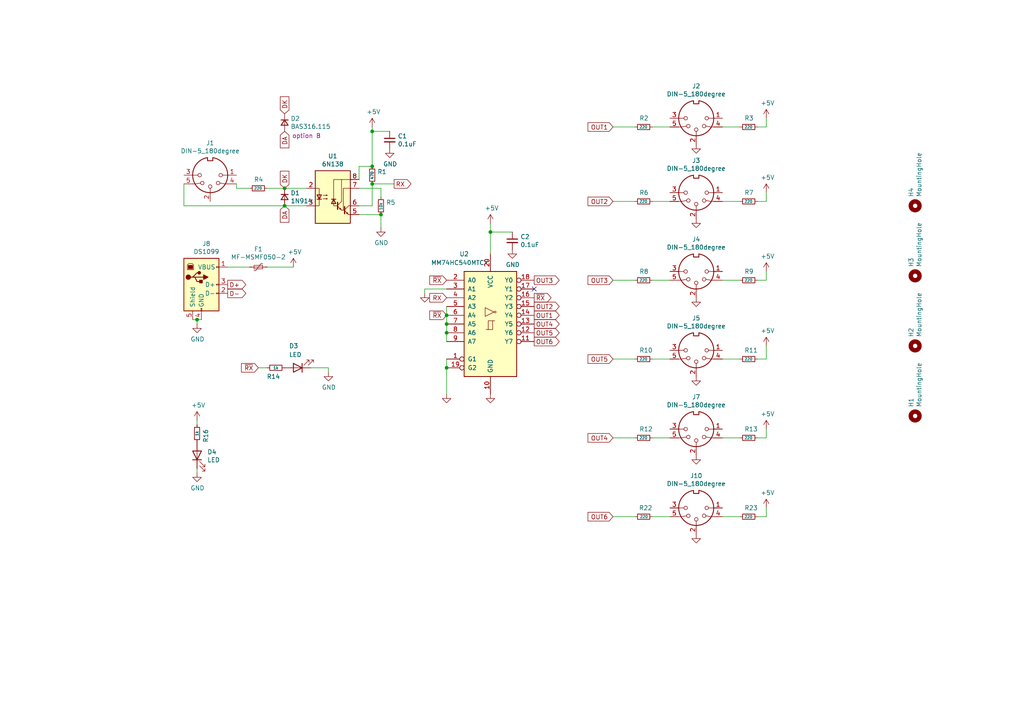
<source format=kicad_sch>
(kicad_sch (version 20230121) (generator eeschema)
  (paper "A4")
  (lib_symbols
    (symbol "74xx:74LS540" (pin_names (offset 1.016))
      (property "Reference" "U" (at -7.62 16.51 0))
      (property "Value" "74LS540" (at -7.62 -16.51 0))
      (symbol "74LS540_1_0"
        (polyline (pts (xy -0.635 -1.6002) (xy -0.635 0.9398) (xy 0.635 0.9398)))
        (polyline (pts (xy -1.27 -1.6002) (xy 0.635 -1.6002) (xy 0.635 0.9398) (xy 1.27 0.9398)))
        (polyline (pts (xy 1.016 3.4798) (xy -1.524 4.7498) (xy -1.524 2.2098) (xy 1.016 3.4798)) (stroke (width 0.1524)))
        (circle (center 1.397 3.4798) (radius 0.254) (stroke (width 0.1524)))
        (pin input inverted (at -12.7 -10.16 0) (length 5.08) (name "G1") (number "1"))
        (pin power_in line (at 0 -20.32 90) (length 5.08) (name "GND") (number "10"))
        (pin tri_state inverted (at 12.7 -5.08 180) (length 5.08) (name "Y7") (number "11"))
        (pin tri_state inverted (at 12.7 -2.54 180) (length 5.08) (name "Y6") (number "12"))
        (pin tri_state inverted (at 12.7 0 180) (length 5.08) (name "Y5") (number "13"))
        (pin tri_state inverted (at 12.7 2.54 180) (length 5.08) (name "Y4") (number "14"))
        (pin tri_state inverted (at 12.7 5.08 180) (length 5.08) (name "Y3") (number "15"))
        (pin tri_state inverted (at 12.7 7.62 180) (length 5.08) (name "Y2") (number "16"))
        (pin tri_state inverted (at 12.7 10.16 180) (length 5.08) (name "Y1") (number "17"))
        (pin tri_state inverted (at 12.7 12.7 180) (length 5.08) (name "Y0") (number "18"))
        (pin input inverted (at -12.7 -12.7 0) (length 5.08) (name "G2") (number "19"))
        (pin input line (at -12.7 12.7 0) (length 5.08) (name "A0") (number "2"))
        (pin power_in line (at 0 20.32 270) (length 5.08) (name "VCC") (number "20"))
        (pin input line (at -12.7 10.16 0) (length 5.08) (name "A1") (number "3"))
        (pin input line (at -12.7 7.62 0) (length 5.08) (name "A2") (number "4"))
        (pin input line (at -12.7 5.08 0) (length 5.08) (name "A3") (number "5"))
        (pin input line (at -12.7 2.54 0) (length 5.08) (name "A4") (number "6"))
        (pin input line (at -12.7 0 0) (length 5.08) (name "A5") (number "7"))
        (pin input line (at -12.7 -2.54 0) (length 5.08) (name "A6") (number "8"))
        (pin input line (at -12.7 -5.08 0) (length 5.08) (name "A7") (number "9"))
      )
      (symbol "74LS540_1_1"
        (rectangle (start -7.62 15.24) (end 7.62 -15.24) (stroke (width 0.254)) (fill (type background)))
      )
    )
    (symbol "Connector:DIN-5_180degree" (pin_names (offset 1.016))
      (property "Reference" "J" (at 3.175 5.715 0))
      (property "Value" "DIN-5_180degree" (at 0 -6.35 0))
      (symbol "DIN-5_180degree_0_1"
        (arc (start -5.08 0) (mid -3.8609 -3.3364) (end -0.762 -5.08) (stroke (width 0.254)))
        (circle (center -3.048 0) (radius 0.508))
        (circle (center -2.286 2.286) (radius 0.508))
        (polyline (pts (xy -5.08 0) (xy -3.556 0)))
        (polyline (pts (xy 0 5.08) (xy 0 3.81)))
        (polyline (pts (xy 5.08 0) (xy 3.556 0)))
        (polyline (pts (xy -5.08 2.54) (xy -4.318 2.54) (xy -2.794 2.286)))
        (polyline (pts (xy 5.08 2.54) (xy 4.318 2.54) (xy 2.794 2.286)))
        (polyline (pts (xy -0.762 -4.953) (xy -0.762 -4.191) (xy 0.762 -4.191) (xy 0.762 -4.953)) (stroke (width 0.254)))
        (circle (center 0 3.302) (radius 0.508))
        (arc (start 0.762 -5.08) (mid 3.8685 -3.343) (end 5.08 0) (stroke (width 0.254)))
        (circle (center 2.286 2.286) (radius 0.508))
        (circle (center 3.048 0) (radius 0.508))
        (arc (start 5.08 0) (mid 0 5.0579) (end -5.08 0) (stroke (width 0.254)))
      )
      (symbol "DIN-5_180degree_1_1"
        (pin passive line (at -7.62 0 0) (length 2.54) (name "~") (number "1"))
        (pin passive line (at 0 7.62 270) (length 2.54) (name "~") (number "2"))
        (pin passive line (at 7.62 0 180) (length 2.54) (name "~") (number "3"))
        (pin passive line (at -7.62 2.54 0) (length 2.54) (name "~") (number "4"))
        (pin passive line (at 7.62 2.54 180) (length 2.54) (name "~") (number "5"))
      )
    )
    (symbol "Connector:USB_B" (pin_names (offset 1.016))
      (property "Reference" "J" (at -5.08 11.43 0))
      (property "Value" "USB_B" (at -5.08 8.89 0))
      (symbol "USB_B_0_1"
        (rectangle (start -5.08 -7.62) (end 5.08 7.62) (stroke (width 0.254)) (fill (type background)))
        (circle (center -3.81 2.159) (radius 0.635) (stroke (width 0.254)) (fill (type outline)))
        (rectangle (start -3.81 5.588) (end -2.54 4.572) (fill (type outline)))
        (circle (center -0.635 3.429) (radius 0.381) (stroke (width 0.254)) (fill (type outline)))
        (rectangle (start -0.127 -7.62) (end 0.127 -6.858))
        (polyline (pts (xy -1.905 2.159) (xy 0.635 2.159)) (stroke (width 0.254)))
        (polyline (pts (xy -3.175 2.159) (xy -2.54 2.159) (xy -1.27 3.429) (xy -0.635 3.429)) (stroke (width 0.254)))
        (polyline (pts (xy -2.54 2.159) (xy -1.905 2.159) (xy -1.27 0.889) (xy 0 0.889)) (stroke (width 0.254)))
        (polyline (pts (xy 0.635 2.794) (xy 0.635 1.524) (xy 1.905 2.159) (xy 0.635 2.794)) (stroke (width 0.254)) (fill (type outline)))
        (polyline (pts (xy -4.064 4.318) (xy -2.286 4.318) (xy -2.286 5.715) (xy -2.667 6.096) (xy -3.683 6.096) (xy -4.064 5.715) (xy -4.064 4.318)))
        (rectangle (start 0.254 1.27) (end -0.508 0.508) (stroke (width 0.254)) (fill (type outline)))
        (rectangle (start 5.08 -2.667) (end 4.318 -2.413))
        (rectangle (start 5.08 -0.127) (end 4.318 0.127))
        (rectangle (start 5.08 4.953) (end 4.318 5.207))
      )
      (symbol "USB_B_1_1"
        (pin power_out line (at 7.62 5.08 180) (length 2.54) (name "VBUS") (number "1"))
        (pin bidirectional line (at 7.62 -2.54 180) (length 2.54) (name "D-") (number "2"))
        (pin bidirectional line (at 7.62 0 180) (length 2.54) (name "D+") (number "3"))
        (pin power_out line (at 0 -10.16 90) (length 2.54) (name "GND") (number "4"))
        (pin passive line (at -2.54 -10.16 90) (length 2.54) (name "Shield") (number "5"))
      )
    )
    (symbol "Device:C_Small" (pin_numbers hide) (pin_names (offset 0.254) hide)
      (property "Reference" "C" (at 0.254 1.778 0))
      (property "Value" "C_Small" (at 0.254 -2.032 0))
      (symbol "C_Small_0_1"
        (polyline (pts (xy -1.524 -0.508) (xy 1.524 -0.508)) (stroke (width 0.3302)))
        (polyline (pts (xy -1.524 0.508) (xy 1.524 0.508)) (stroke (width 0.3048)))
      )
      (symbol "C_Small_1_1"
        (pin passive line (at 0 2.54 270) (length 2.032) (name "~") (number "1"))
        (pin passive line (at 0 -2.54 90) (length 2.032) (name "~") (number "2"))
      )
    )
    (symbol "Device:D_Small" (pin_numbers hide) (pin_names (offset 0.254) hide)
      (property "Reference" "D" (at -1.27 2.032 0))
      (property "Value" "D_Small" (at -3.81 -2.032 0))
      (symbol "D_Small_0_1"
        (polyline (pts (xy -0.762 -1.016) (xy -0.762 1.016)) (stroke (width 0.254)))
        (polyline (pts (xy -0.762 0) (xy 0.762 0)))
        (polyline (pts (xy 0.762 -1.016) (xy -0.762 0) (xy 0.762 1.016) (xy 0.762 -1.016)) (stroke (width 0.254)))
      )
      (symbol "D_Small_1_1"
        (pin passive line (at -2.54 0 0) (length 1.778) (name "K") (number "1"))
        (pin passive line (at 2.54 0 180) (length 1.778) (name "A") (number "2"))
      )
    )
    (symbol "Device:LED" (pin_numbers hide) (pin_names (offset 1.016) hide)
      (property "Reference" "D" (at 0 2.54 0))
      (property "Value" "LED" (at 0 -2.54 0))
      (symbol "LED_0_1"
        (polyline (pts (xy -1.27 -1.27) (xy -1.27 1.27)) (stroke (width 0.254)))
        (polyline (pts (xy -1.27 0) (xy 1.27 0)))
        (polyline (pts (xy 1.27 -1.27) (xy 1.27 1.27) (xy -1.27 0) (xy 1.27 -1.27)) (stroke (width 0.254)))
        (polyline (pts (xy -3.048 -0.762) (xy -4.572 -2.286) (xy -3.81 -2.286) (xy -4.572 -2.286) (xy -4.572 -1.524)))
        (polyline (pts (xy -1.778 -0.762) (xy -3.302 -2.286) (xy -2.54 -2.286) (xy -3.302 -2.286) (xy -3.302 -1.524)))
      )
      (symbol "LED_1_1"
        (pin passive line (at -3.81 0 0) (length 2.54) (name "K") (number "1"))
        (pin passive line (at 3.81 0 180) (length 2.54) (name "A") (number "2"))
      )
    )
    (symbol "Device:Polyfuse_Small" (pin_numbers hide) (pin_names (offset 0))
      (property "Reference" "F" (at -1.905 0 90))
      (property "Value" "Polyfuse_Small" (at 1.905 0 90))
      (symbol "Polyfuse_Small_0_1"
        (rectangle (start -0.508 1.27) (end 0.508 -1.27))
        (polyline (pts (xy 0 2.54) (xy 0 -2.54)))
        (polyline (pts (xy -1.016 1.27) (xy -1.016 0.762) (xy 1.016 -0.762) (xy 1.016 -1.27)))
      )
      (symbol "Polyfuse_Small_1_1"
        (pin passive line (at 0 2.54 270) (length 0.635) (name "~") (number "1"))
        (pin passive line (at 0 -2.54 90) (length 0.635) (name "~") (number "2"))
      )
    )
    (symbol "Device:R_Small" (pin_numbers hide) (pin_names (offset 0.254) hide)
      (property "Reference" "R" (at 0.762 0.508 0))
      (property "Value" "R_Small" (at 0.762 -1.016 0))
      (symbol "R_Small_0_1"
        (rectangle (start -0.762 1.778) (end 0.762 -1.778) (stroke (width 0.2032)))
      )
      (symbol "R_Small_1_1"
        (pin passive line (at 0 2.54 270) (length 0.762) (name "~") (number "1"))
        (pin passive line (at 0 -2.54 90) (length 0.762) (name "~") (number "2"))
      )
    )
    (symbol "Isolator:6N138" (pin_names (offset 1.016) hide)
      (property "Reference" "U" (at -4.064 8.89 0))
      (property "Value" "6N138" (at 2.286 8.89 0))
      (symbol "6N138_0_1"
        (rectangle (start -5.08 7.62) (end 5.08 -7.62) (stroke (width 0.254)) (fill (type background)))
        (polyline (pts (xy -4.572 -0.635) (xy -3.302 -0.635)) (stroke (width 0.254)))
        (polyline (pts (xy 0.889 -0.635) (xy -0.381 -0.635)) (stroke (width 0.254)))
        (polyline (pts (xy 1.397 -2.667) (xy 2.54 -3.81)))
        (polyline (pts (xy 1.397 -2.413) (xy 2.54 -1.27)))
        (polyline (pts (xy 2.54 -3.81) (xy 3.175 -3.81)))
        (polyline (pts (xy 3.429 -3.937) (xy 4.572 -5.08)))
        (polyline (pts (xy 3.429 -3.683) (xy 4.572 -2.54)))
        (polyline (pts (xy 4.572 -5.08) (xy 5.08 -5.08)))
        (polyline (pts (xy 4.572 -2.54) (xy 5.08 -2.54)))
        (polyline (pts (xy 1.397 -1.524) (xy 1.397 -3.556) (xy 1.397 -3.556)) (stroke (width 0.3556)))
        (polyline (pts (xy 2.54 -1.27) (xy 2.54 5.08) (xy 5.08 5.08)))
        (polyline (pts (xy 3.429 -2.794) (xy 3.429 -4.826) (xy 3.429 -4.826)) (stroke (width 0.3556)))
        (polyline (pts (xy 5.08 2.54) (xy 3.048 2.54) (xy 3.048 -3.81)))
        (polyline (pts (xy -5.08 -2.54) (xy -3.937 -2.54) (xy -3.937 2.54) (xy -5.08 2.54)))
        (polyline (pts (xy -3.937 -0.635) (xy -4.572 0.635) (xy -3.302 0.635) (xy -3.937 -0.635)) (stroke (width 0.254)))
        (polyline (pts (xy 0.254 -0.635) (xy 0.889 -1.905) (xy -0.381 -1.905) (xy 0.254 -0.635)) (stroke (width 0.254)))
        (polyline (pts (xy 1.27 -2.54) (xy 0.254 -2.54) (xy 0.254 5.08) (xy 2.54 5.08)))
        (polyline (pts (xy 2.413 -3.683) (xy 2.159 -3.175) (xy 1.905 -3.429) (xy 2.413 -3.683)))
        (polyline (pts (xy 4.445 -4.953) (xy 4.191 -4.445) (xy 3.937 -4.699) (xy 4.445 -4.953)))
        (polyline (pts (xy -2.794 -0.508) (xy -1.524 -0.508) (xy -1.905 -0.635) (xy -1.905 -0.381) (xy -1.524 -0.508)))
        (polyline (pts (xy -2.794 0.508) (xy -1.524 0.508) (xy -1.905 0.381) (xy -1.905 0.635) (xy -1.524 0.508)))
      )
      (symbol "6N138_1_1"
        (pin no_connect line (at -5.08 5.08 0) (length 2.54) hide (name "NC") (number "1"))
        (pin passive line (at -7.62 2.54 0) (length 2.54) (name "C1") (number "2"))
        (pin passive line (at -7.62 -2.54 0) (length 2.54) (name "C2") (number "3"))
        (pin no_connect line (at -5.08 -5.08 0) (length 2.54) hide (name "NC") (number "4"))
        (pin passive line (at 7.62 -5.08 180) (length 2.54) (name "GND") (number "5"))
        (pin passive line (at 7.62 -2.54 180) (length 2.54) (name "VO2") (number "6"))
        (pin passive line (at 7.62 2.54 180) (length 2.54) (name "VO1") (number "7"))
        (pin passive line (at 7.62 5.08 180) (length 2.54) (name "VCC") (number "8"))
      )
    )
    (symbol "Mechanical:MountingHole" (pin_names (offset 1.016))
      (property "Reference" "H" (at 0 5.08 0))
      (property "Value" "MountingHole" (at 0 3.175 0))
      (symbol "MountingHole_0_1"
        (circle (center 0 0) (radius 1.27) (stroke (width 1.27)))
      )
    )
    (symbol "power:+5V" (power) (pin_names (offset 0))
      (property "Value" "+5V" (at 0 3.556 0))
      (symbol "+5V_0_1"
        (polyline (pts (xy -0.762 1.27) (xy 0 2.54)))
        (polyline (pts (xy 0 0) (xy 0 2.54)))
        (polyline (pts (xy 0 2.54) (xy 0.762 1.27)))
      )
      (symbol "+5V_1_1"
        (pin power_in line (at 0 0 90) (length 0) hide (name "+5V") (number "1"))
      )
    )
    (symbol "power:GND" (power) (pin_names (offset 0))
      (property "Value" "GND" (at 0 -3.81 0))
      (symbol "GND_0_1"
        (polyline (pts (xy 0 0) (xy 0 -1.27) (xy 1.27 -1.27) (xy 0 -2.54) (xy -1.27 -1.27) (xy 0 -1.27)))
      )
      (symbol "GND_1_1"
        (pin power_in line (at 0 0 270) (length 0) hide (name "GND") (number "1"))
      )
    )
  )
  (junction (at 82.55 54.61))
  (junction (at 129.54 106.68))
  (junction (at 129.54 96.52))
  (junction (at 82.55 59.69))
  (junction (at 110.49 62.23))
  (junction (at 107.95 48.26))
  (junction (at 142.24 67.31))
  (junction (at 129.54 91.44))
  (junction (at 57.15 92.71))
  (junction (at 107.95 53.34))
  (junction (at 129.54 93.98))
  (junction (at 107.95 38.1))
  (no_connect (at 154.94 83.82))
  (wire (pts (xy 57.15 137.16) (xy 57.15 135.89)))
  (wire (pts (xy 53.34 59.69) (xy 82.55 59.69)))
  (wire (pts (xy 129.54 106.68) (xy 129.54 114.3)))
  (wire (pts (xy 129.54 104.14) (xy 129.54 106.68)))
  (wire (pts (xy 66.04 77.47) (xy 72.39 77.47)))
  (wire (pts (xy 189.23 36.83) (xy 194.31 36.83)))
  (wire (pts (xy 53.34 53.34) (xy 53.34 59.69)))
  (wire (pts (xy 113.03 38.1) (xy 107.95 38.1)))
  (wire (pts (xy 104.14 62.23) (xy 110.49 62.23)))
  (wire (pts (xy 57.15 121.92) (xy 57.15 123.19)))
  (wire (pts (xy 209.55 81.28) (xy 214.63 81.28)))
  (wire (pts (xy 123.19 83.82) (xy 123.19 85.09)))
  (wire (pts (xy 68.58 53.34) (xy 68.58 54.61)))
  (wire (pts (xy 142.24 67.31) (xy 142.24 73.66)))
  (wire (pts (xy 142.24 64.77) (xy 142.24 67.31)))
  (wire (pts (xy 57.15 92.71) (xy 58.42 92.71)))
  (wire (pts (xy 222.25 81.28) (xy 222.25 78.74)))
  (wire (pts (xy 209.55 127) (xy 214.63 127)))
  (wire (pts (xy 104.14 59.69) (xy 107.95 59.69)))
  (wire (pts (xy 68.58 54.61) (xy 72.39 54.61)))
  (wire (pts (xy 214.63 104.14) (xy 209.55 104.14)))
  (wire (pts (xy 107.95 59.69) (xy 107.95 53.34)))
  (wire (pts (xy 222.25 104.14) (xy 219.71 104.14)))
  (wire (pts (xy 194.31 104.14) (xy 189.23 104.14)))
  (wire (pts (xy 57.15 93.98) (xy 57.15 92.71)))
  (wire (pts (xy 110.49 54.61) (xy 110.49 57.15)))
  (wire (pts (xy 107.95 53.34) (xy 114.3 53.34)))
  (wire (pts (xy 222.25 100.33) (xy 222.25 104.14)))
  (wire (pts (xy 219.71 127) (xy 222.25 127)))
  (wire (pts (xy 177.8 104.14) (xy 184.15 104.14)))
  (wire (pts (xy 129.54 99.06) (xy 129.54 96.52)))
  (wire (pts (xy 189.23 81.28) (xy 194.31 81.28)))
  (wire (pts (xy 219.71 36.83) (xy 222.25 36.83)))
  (wire (pts (xy 129.54 83.82) (xy 123.19 83.82)))
  (wire (pts (xy 88.9 59.69) (xy 82.55 59.69)))
  (wire (pts (xy 129.54 91.44) (xy 129.54 88.9)))
  (wire (pts (xy 95.25 106.68) (xy 95.25 107.95)))
  (wire (pts (xy 88.9 54.61) (xy 82.55 54.61)))
  (wire (pts (xy 222.25 36.83) (xy 222.25 34.29)))
  (wire (pts (xy 77.47 54.61) (xy 82.55 54.61)))
  (wire (pts (xy 104.14 48.26) (xy 107.95 48.26)))
  (wire (pts (xy 219.71 58.42) (xy 222.25 58.42)))
  (wire (pts (xy 177.8 58.42) (xy 184.15 58.42)))
  (wire (pts (xy 177.8 127) (xy 184.15 127)))
  (wire (pts (xy 222.25 58.42) (xy 222.25 55.88)))
  (wire (pts (xy 209.55 36.83) (xy 214.63 36.83)))
  (wire (pts (xy 104.14 54.61) (xy 110.49 54.61)))
  (wire (pts (xy 148.59 67.31) (xy 142.24 67.31)))
  (wire (pts (xy 177.8 149.86) (xy 184.15 149.86)))
  (wire (pts (xy 107.95 38.1) (xy 107.95 48.26)))
  (wire (pts (xy 222.25 127) (xy 222.25 124.46)))
  (wire (pts (xy 74.93 106.68) (xy 77.47 106.68)))
  (wire (pts (xy 129.54 93.98) (xy 129.54 91.44)))
  (wire (pts (xy 129.54 96.52) (xy 129.54 93.98)))
  (wire (pts (xy 189.23 127) (xy 194.31 127)))
  (wire (pts (xy 219.71 149.86) (xy 222.25 149.86)))
  (wire (pts (xy 209.55 149.86) (xy 214.63 149.86)))
  (wire (pts (xy 110.49 66.04) (xy 110.49 62.23)))
  (wire (pts (xy 55.88 92.71) (xy 57.15 92.71)))
  (wire (pts (xy 107.95 36.83) (xy 107.95 38.1)))
  (wire (pts (xy 222.25 149.86) (xy 222.25 147.32)))
  (wire (pts (xy 177.8 81.28) (xy 184.15 81.28)))
  (wire (pts (xy 177.8 36.83) (xy 184.15 36.83)))
  (wire (pts (xy 77.47 77.47) (xy 85.09 77.47)))
  (wire (pts (xy 104.14 52.07) (xy 104.14 48.26)))
  (wire (pts (xy 189.23 149.86) (xy 194.31 149.86)))
  (wire (pts (xy 189.23 58.42) (xy 194.31 58.42)))
  (wire (pts (xy 90.17 106.68) (xy 95.25 106.68)))
  (wire (pts (xy 219.71 81.28) (xy 222.25 81.28)))
  (wire (pts (xy 209.55 58.42) (xy 214.63 58.42)))
  (global_label "RX" (shape output) (at 114.3 53.34 0) (property "Intersheetrefs" "${INTERSHEET_REFS}" (effects hide)))
  (global_label "D-" (shape output) (at 66.04 85.09 0) (property "Intersheetrefs" "${INTERSHEET_REFS}" (effects hide)))
  (global_label "OUT1" (shape input) (at 177.8 36.83 180) (property "Intersheetrefs" "${INTERSHEET_REFS}" (effects hide)))
  (global_label "OUT5" (shape output) (at 154.94 96.52 0) (property "Intersheetrefs" "${INTERSHEET_REFS}" (effects hide)))
  (global_label "DK" (shape input) (at 82.55 54.61 90) (property "Intersheetrefs" "${INTERSHEET_REFS}" (effects hide)))
  (global_label "OUT5" (shape input) (at 177.8 104.14 180) (property "Intersheetrefs" "${INTERSHEET_REFS}" (effects hide)))
  (global_label "~{RX}" (shape input) (at 129.54 91.44 180) (property "Intersheetrefs" "${INTERSHEET_REFS}" (effects hide)))
  (global_label "OUT4" (shape input) (at 177.8 127 180) (property "Intersheetrefs" "${INTERSHEET_REFS}" (effects hide)))
  (global_label "DA" (shape input) (at 82.55 38.1 270) (property "Intersheetrefs" "${INTERSHEET_REFS}" (effects hide)))
  (global_label "~{RX}" (shape input) (at 74.93 106.68 180) (property "Intersheetrefs" "${INTERSHEET_REFS}" (effects hide)))
  (global_label "OUT2" (shape input) (at 177.8 58.42 180) (property "Intersheetrefs" "${INTERSHEET_REFS}" (effects hide)))
  (global_label "D+" (shape output) (at 66.04 82.55 0) (property "Intersheetrefs" "${INTERSHEET_REFS}" (effects hide)))
  (global_label "OUT1" (shape output) (at 154.94 91.44 0) (property "Intersheetrefs" "${INTERSHEET_REFS}" (effects hide)))
  (global_label "OUT6" (shape input) (at 177.8 149.86 180) (property "Intersheetrefs" "${INTERSHEET_REFS}" (effects hide)))
  (global_label "~{RX}" (shape output) (at 154.94 86.36 0) (property "Intersheetrefs" "${INTERSHEET_REFS}" (effects hide)))
  (global_label "DA" (shape input) (at 82.55 59.69 270) (property "Intersheetrefs" "${INTERSHEET_REFS}" (effects hide)))
  (global_label "~{RX}" (shape input) (at 129.54 81.28 180) (property "Intersheetrefs" "${INTERSHEET_REFS}" (effects hide)))
  (global_label "DK" (shape input) (at 82.55 33.02 90) (property "Intersheetrefs" "${INTERSHEET_REFS}" (effects hide)))
  (global_label "OUT3" (shape input) (at 177.8 81.28 180) (property "Intersheetrefs" "${INTERSHEET_REFS}" (effects hide)))
  (global_label "OUT3" (shape output) (at 154.94 81.28 0) (property "Intersheetrefs" "${INTERSHEET_REFS}" (effects hide)))
  (global_label "OUT6" (shape output) (at 154.94 99.06 0) (property "Intersheetrefs" "${INTERSHEET_REFS}" (effects hide)))
  (global_label "OUT4" (shape output) (at 154.94 93.98 0) (property "Intersheetrefs" "${INTERSHEET_REFS}" (effects hide)))
  (global_label "OUT2" (shape output) (at 154.94 88.9 0) (property "Intersheetrefs" "${INTERSHEET_REFS}" (effects hide)))
  (global_label "RX" (shape input) (at 129.54 86.36 180) (property "Intersheetrefs" "${INTERSHEET_REFS}" (effects hide)))
  (symbol (lib_id "Isolator:6N138") (at 96.52 57.15 0) (unit 1)
    (property "Reference" "U1" (at 96.52 45.2882 0))
    (property "Value" "6N138" (at 96.52 47.5996 0))
    (property "Footprint" "Package_DIP:DIP-8_W8.89mm_SMDSocket_LongPads" (effects hide))
    (property "Datasheet" "http://www.onsemi.com/pub/Collateral/HCPL2731-D.pdf" (effects hide))
  )
  (symbol (lib_id "Connector:DIN-5_180degree") (at 60.96 50.8 180) (unit 1)
    (property "Reference" "J1" (at 60.96 41.4782 0))
    (property "Value" "DIN-5_180degree" (at 60.96 43.7896 0))
    (property "Footprint" "lib:DIN5MIDI-OOTDTY" (effects hide))
    (property "Datasheet" "http://www.mouser.com/ds/2/18/40_c091_abd_e-75918.pdf" (effects hide))
  )
  (symbol (lib_id "Device:R_Small") (at 74.93 54.61 270) (unit 1)
    (property "Reference" "R4" (at 73.66 52.07 90) (effects (justify left)))
    (property "Value" "220" (at 73.66 54.61 90) (effects (font (size 0.7874 0.7874)) (justify left)))
    (property "Footprint" "Resistor_SMD:R_0805_2012Metric_Pad1.15x1.40mm_HandSolder" (effects hide))
  )
  (symbol (lib_id "Device:R_Small") (at 107.95 50.8 0) (unit 1)
    (property "Reference" "R1" (at 109.4486 49.8348 0) (effects (justify left)))
    (property "Value" "470" (at 107.95 52.07 90) (effects (font (size 0.7874 0.7874)) (justify left)))
    (property "Footprint" "Resistor_SMD:R_0805_2012Metric_Pad1.15x1.40mm_HandSolder" (effects hide))
  )
  (symbol (lib_id "Device:R_Small") (at 110.49 59.69 0) (unit 1)
    (property "Reference" "R5" (at 111.9886 58.7248 0) (effects (justify left)))
    (property "Value" "10k" (at 110.49 60.96 90) (effects (font (size 0.7874 0.7874)) (justify left)))
    (property "Footprint" "Resistor_SMD:R_0805_2012Metric_Pad1.15x1.40mm_HandSolder" (effects hide))
  )
  (symbol (lib_id "power:GND") (at 110.49 66.04 0) (unit 1)
    (property "Reference" "#PWR0101" (effects hide))
    (property "Value" "GND" (at 110.617 70.4342 0))
  )
  (symbol (lib_id "power:+5V") (at 107.95 36.83 0) (unit 1)
    (property "Reference" "#PWR0102" (effects hide))
    (property "Value" "+5V" (at 108.331 32.4358 0))
  )
  (symbol (lib_id "Device:D_Small") (at 82.55 57.15 270) (unit 1)
    (property "Reference" "D1" (at 84.2772 55.9816 90) (effects (justify left)))
    (property "Value" "1N914" (at 84.2772 58.293 90) (effects (justify left)))
    (property "Footprint" "Diode_THT:D_DO-34_SOD68_P7.62mm_Horizontal" (effects hide))
  )
  (symbol (lib_id "Connector:DIN-5_180degree") (at 201.93 34.29 180) (unit 1)
    (property "Reference" "J2" (at 201.93 24.9682 0))
    (property "Value" "DIN-5_180degree" (at 201.93 27.2796 0))
    (property "Footprint" "lib:DIN5MIDI-OOTDTY" (effects hide))
    (property "Datasheet" "http://www.mouser.com/ds/2/18/40_c091_abd_e-75918.pdf" (effects hide))
  )
  (symbol (lib_id "Connector:DIN-5_180degree") (at 201.93 55.88 180) (unit 1)
    (property "Reference" "J3" (at 201.93 46.5582 0))
    (property "Value" "DIN-5_180degree" (at 201.93 48.8696 0))
    (property "Footprint" "lib:DIN5MIDI-OOTDTY" (effects hide))
    (property "Datasheet" "http://www.mouser.com/ds/2/18/40_c091_abd_e-75918.pdf" (effects hide))
  )
  (symbol (lib_id "Connector:DIN-5_180degree") (at 201.93 78.74 180) (unit 1)
    (property "Reference" "J4" (at 201.93 69.4182 0))
    (property "Value" "DIN-5_180degree" (at 201.93 71.7296 0))
    (property "Footprint" "lib:DIN5MIDI-OOTDTY" (effects hide))
    (property "Datasheet" "http://www.mouser.com/ds/2/18/40_c091_abd_e-75918.pdf" (effects hide))
  )
  (symbol (lib_id "Connector:DIN-5_180degree") (at 201.93 101.6 180) (unit 1)
    (property "Reference" "J5" (at 201.93 92.2782 0))
    (property "Value" "DIN-5_180degree" (at 201.93 94.5896 0))
    (property "Footprint" "lib:DIN5MIDI-OOTDTY" (effects hide))
    (property "Datasheet" "http://www.mouser.com/ds/2/18/40_c091_abd_e-75918.pdf" (effects hide))
  )
  (symbol (lib_id "Connector:DIN-5_180degree") (at 201.93 124.46 180) (unit 1)
    (property "Reference" "J7" (at 201.93 115.1382 0))
    (property "Value" "DIN-5_180degree" (at 201.93 117.4496 0))
    (property "Footprint" "lib:DIN5MIDI-OOTDTY" (effects hide))
    (property "Datasheet" "http://www.mouser.com/ds/2/18/40_c091_abd_e-75918.pdf" (effects hide))
  )
  (symbol (lib_id "Device:R_Small") (at 186.69 36.83 270) (unit 1)
    (property "Reference" "R2" (at 185.42 34.29 90) (effects (justify left)))
    (property "Value" "220" (at 185.42 36.83 90) (effects (font (size 0.7874 0.7874)) (justify left)))
    (property "Footprint" "Resistor_SMD:R_0805_2012Metric_Pad1.15x1.40mm_HandSolder" (effects hide))
  )
  (symbol (lib_id "Device:R_Small") (at 217.17 36.83 270) (unit 1)
    (property "Reference" "R3" (at 215.9 34.29 90) (effects (justify left)))
    (property "Value" "220" (at 215.9 36.83 90) (effects (font (size 0.7874 0.7874)) (justify left)))
    (property "Footprint" "Resistor_SMD:R_0805_2012Metric_Pad1.15x1.40mm_HandSolder" (effects hide))
  )
  (symbol (lib_id "power:+5V") (at 222.25 34.29 0) (unit 1)
    (property "Reference" "#PWR0103" (effects hide))
    (property "Value" "+5V" (at 222.631 29.8958 0))
  )
  (symbol (lib_id "Device:R_Small") (at 186.69 58.42 270) (unit 1)
    (property "Reference" "R6" (at 185.42 55.88 90) (effects (justify left)))
    (property "Value" "220" (at 185.42 58.42 90) (effects (font (size 0.7874 0.7874)) (justify left)))
    (property "Footprint" "Resistor_SMD:R_0805_2012Metric_Pad1.15x1.40mm_HandSolder" (effects hide))
  )
  (symbol (lib_id "Device:R_Small") (at 217.17 58.42 270) (unit 1)
    (property "Reference" "R7" (at 215.9 55.88 90) (effects (justify left)))
    (property "Value" "220" (at 215.9 58.42 90) (effects (font (size 0.7874 0.7874)) (justify left)))
    (property "Footprint" "Resistor_SMD:R_0805_2012Metric_Pad1.15x1.40mm_HandSolder" (effects hide))
  )
  (symbol (lib_id "power:+5V") (at 222.25 55.88 0) (unit 1)
    (property "Reference" "#PWR0104" (effects hide))
    (property "Value" "+5V" (at 222.631 51.4858 0))
  )
  (symbol (lib_id "Device:R_Small") (at 186.69 81.28 270) (unit 1)
    (property "Reference" "R8" (at 185.42 78.74 90) (effects (justify left)))
    (property "Value" "220" (at 185.42 81.28 90) (effects (font (size 0.7874 0.7874)) (justify left)))
    (property "Footprint" "Resistor_SMD:R_0805_2012Metric_Pad1.15x1.40mm_HandSolder" (effects hide))
  )
  (symbol (lib_id "Device:R_Small") (at 217.17 81.28 270) (unit 1)
    (property "Reference" "R9" (at 215.9 78.74 90) (effects (justify left)))
    (property "Value" "220" (at 215.9 81.28 90) (effects (font (size 0.7874 0.7874)) (justify left)))
    (property "Footprint" "Resistor_SMD:R_0805_2012Metric_Pad1.15x1.40mm_HandSolder" (effects hide))
  )
  (symbol (lib_id "power:+5V") (at 222.25 78.74 0) (unit 1)
    (property "Reference" "#PWR0105" (effects hide))
    (property "Value" "+5V" (at 222.631 74.3458 0))
  )
  (symbol (lib_id "Device:R_Small") (at 186.69 104.14 270) (unit 1)
    (property "Reference" "R10" (at 185.42 101.6 90) (effects (justify left)))
    (property "Value" "220" (at 185.42 104.14 90) (effects (font (size 0.7874 0.7874)) (justify left)))
    (property "Footprint" "Resistor_SMD:R_0805_2012Metric_Pad1.15x1.40mm_HandSolder" (effects hide))
  )
  (symbol (lib_id "Device:C_Small") (at 113.03 40.64 0) (unit 1)
    (property "Reference" "C1" (at 115.3668 39.4716 0) (effects (justify left)))
    (property "Value" "0.1uF" (at 115.3668 41.783 0) (effects (justify left)))
    (property "Footprint" "Capacitor_SMD:C_0805_2012Metric_Pad1.15x1.40mm_HandSolder" (effects hide))
  )
  (symbol (lib_id "power:GND") (at 113.03 43.18 0) (unit 1)
    (property "Reference" "#PWR0106" (effects hide))
    (property "Value" "GND" (at 113.157 47.5742 0))
  )
  (symbol (lib_id "Device:C_Small") (at 148.59 69.85 0) (unit 1)
    (property "Reference" "C2" (at 150.9268 68.6816 0) (effects (justify left)))
    (property "Value" "0.1uF" (at 150.9268 70.993 0) (effects (justify left)))
    (property "Footprint" "Capacitor_SMD:C_0805_2012Metric_Pad1.15x1.40mm_HandSolder" (effects hide))
  )
  (symbol (lib_id "power:+5V") (at 142.24 64.77 0) (unit 1)
    (property "Reference" "#PWR0107" (effects hide))
    (property "Value" "+5V" (at 142.621 60.3758 0))
  )
  (symbol (lib_id "power:GND") (at 148.59 72.39 0) (unit 1)
    (property "Reference" "#PWR0108" (effects hide))
    (property "Value" "GND" (at 148.717 76.7842 0))
  )
  (symbol (lib_id "power:GND") (at 201.93 41.91 0) (unit 1)
    (property "Reference" "#PWR0110" (effects hide))
    (property "Value" "GND" (effects hide))
  )
  (symbol (lib_id "power:GND") (at 201.93 63.5 0) (unit 1)
    (property "Reference" "#PWR0111" (effects hide))
    (property "Value" "GND" (effects hide))
  )
  (symbol (lib_id "power:GND") (at 201.93 86.36 0) (unit 1)
    (property "Reference" "#PWR0112" (effects hide))
    (property "Value" "GND" (effects hide))
  )
  (symbol (lib_id "power:GND") (at 201.93 109.22 0) (unit 1)
    (property "Reference" "#PWR0113" (effects hide))
    (property "Value" "GND" (effects hide))
  )
  (symbol (lib_id "power:GND") (at 201.93 132.08 0) (unit 1)
    (property "Reference" "#PWR0114" (effects hide))
    (property "Value" "GND" (effects hide))
  )
  (symbol (lib_id "Device:R_Small") (at 186.69 127 270) (unit 1)
    (property "Reference" "R12" (at 185.42 124.46 90) (effects (justify left)))
    (property "Value" "220" (at 185.42 127 90) (effects (font (size 0.7874 0.7874)) (justify left)))
    (property "Footprint" "Resistor_SMD:R_0805_2012Metric_Pad1.15x1.40mm_HandSolder" (effects hide))
  )
  (symbol (lib_id "Device:R_Small") (at 217.17 104.14 270) (unit 1)
    (property "Reference" "R11" (at 215.9 101.6 90) (effects (justify left)))
    (property "Value" "220" (at 215.9 104.14 90) (effects (font (size 0.7874 0.7874)) (justify left)))
    (property "Footprint" "Resistor_SMD:R_0805_2012Metric_Pad1.15x1.40mm_HandSolder" (effects hide))
  )
  (symbol (lib_id "Device:R_Small") (at 217.17 127 270) (unit 1)
    (property "Reference" "R13" (at 215.9 124.46 90) (effects (justify left)))
    (property "Value" "220" (at 215.9 127 90) (effects (font (size 0.7874 0.7874)) (justify left)))
    (property "Footprint" "Resistor_SMD:R_0805_2012Metric_Pad1.15x1.40mm_HandSolder" (effects hide))
  )
  (symbol (lib_id "power:+5V") (at 222.25 100.33 0) (unit 1)
    (property "Reference" "#PWR0115" (effects hide))
    (property "Value" "+5V" (at 222.631 95.9358 0))
  )
  (symbol (lib_id "power:+5V") (at 222.25 124.46 0) (unit 1)
    (property "Reference" "#PWR0116" (effects hide))
    (property "Value" "+5V" (at 222.631 120.0658 0))
  )
  (symbol (lib_id "power:GND") (at 95.25 107.95 0) (unit 1)
    (property "Reference" "#PWR0125" (effects hide))
    (property "Value" "GND" (at 95.377 112.3442 0))
  )
  (symbol (lib_id "Device:R_Small") (at 80.01 106.68 90) (unit 1)
    (property "Reference" "R14" (at 81.28 109.22 90) (effects (justify left)))
    (property "Value" "1k" (at 80.01 106.68 90) (effects (font (size 0.7874 0.7874))))
    (property "Footprint" "Resistor_SMD:R_0805_2012Metric_Pad1.15x1.40mm_HandSolder" (effects hide))
  )
  (symbol (lib_id "Device:LED") (at 86.36 106.68 180) (unit 1)
    (property "Reference" "D3" (at 83.82 100.33 0) (effects (justify right)))
    (property "Value" "LED" (at 83.82 102.87 0) (effects (justify right)))
    (property "Footprint" "LED_THT:LED_D3.0mm_Horizontal_O1.27mm_Z10.0mm" (effects hide))
  )
  (symbol (lib_id "power:+5V") (at 57.15 121.92 0) (unit 1)
    (property "Reference" "#PWR0126" (effects hide))
    (property "Value" "+5V" (at 57.531 117.5258 0))
  )
  (symbol (lib_id "Device:R_Small") (at 57.15 125.73 180) (unit 1)
    (property "Reference" "R16" (at 59.69 124.46 90) (effects (justify left)))
    (property "Value" "1k" (at 57.15 125.73 90) (effects (font (size 0.7874 0.7874))))
    (property "Footprint" "Resistor_SMD:R_0805_2012Metric_Pad1.15x1.40mm_HandSolder" (effects hide))
  )
  (symbol (lib_id "Device:LED") (at 57.15 132.08 90) (unit 1)
    (property "Reference" "D4" (at 60.1218 131.0894 90) (effects (justify right)))
    (property "Value" "LED" (at 60.1218 133.4008 90) (effects (justify right)))
    (property "Footprint" "LED_THT:LED_D3.0mm_Horizontal_O1.27mm_Z6.0mm" (effects hide))
  )
  (symbol (lib_id "power:GND") (at 57.15 137.16 0) (unit 1)
    (property "Reference" "#PWR0127" (effects hide))
    (property "Value" "GND" (at 57.277 141.5542 0))
  )
  (symbol (lib_id "Mechanical:MountingHole") (at 265.43 120.65 90) (unit 1)
    (property "Reference" "H1" (at 264.2616 118.11 0) (effects (justify left)))
    (property "Value" "MountingHole" (at 266.573 118.11 0) (effects (justify left)))
    (property "Footprint" "MountingHole:MountingHole_2.7mm_M2.5_ISO14580" (effects hide))
  )
  (symbol (lib_id "Mechanical:MountingHole") (at 265.43 100.33 90) (unit 1)
    (property "Reference" "H2" (at 264.2616 97.79 0) (effects (justify left)))
    (property "Value" "MountingHole" (at 266.573 97.79 0) (effects (justify left)))
    (property "Footprint" "MountingHole:MountingHole_2.7mm_M2.5_ISO14580" (effects hide))
  )
  (symbol (lib_id "Mechanical:MountingHole") (at 265.43 80.01 90) (unit 1)
    (property "Reference" "H3" (at 264.2616 77.47 0) (effects (justify left)))
    (property "Value" "MountingHole" (at 266.573 77.47 0) (effects (justify left)))
    (property "Footprint" "MountingHole:MountingHole_2.7mm_M2.5_ISO14580" (effects hide))
  )
  (symbol (lib_id "Mechanical:MountingHole") (at 265.43 59.69 90) (unit 1)
    (property "Reference" "H4" (at 264.2616 57.15 0) (effects (justify left)))
    (property "Value" "MountingHole" (at 266.573 57.15 0) (effects (justify left)))
    (property "Footprint" "MountingHole:MountingHole_2.7mm_M2.5_ISO14580" (effects hide))
  )
  (symbol (lib_id "Connector:USB_B") (at 58.42 82.55 0) (unit 1)
    (property "Reference" "J8" (at 59.8678 70.6882 0))
    (property "Value" "DS1099" (at 59.8678 72.9996 0))
    (property "Footprint" "Connector_USB:USB_B_OST_USB-B1HSxx_Horizontal" (effects hide))
    (property "Datasheet" " ~" (effects hide))
  )
  (symbol (lib_id "Device:Polyfuse_Small") (at 74.93 77.47 270) (unit 1)
    (property "Reference" "F1" (at 74.93 72.263 90))
    (property "Value" "MF-MSMF050-2" (at 74.93 74.5744 90))
    (property "Footprint" "Fuse:Fuse_1812_4532Metric_Pad1.30x3.40mm_HandSolder" (effects hide))
  )
  (symbol (lib_id "power:GND") (at 57.15 93.98 0) (unit 1)
    (property "Reference" "#PWR0128" (effects hide))
    (property "Value" "GND" (at 57.277 98.3742 0))
  )
  (symbol (lib_id "Connector:DIN-5_180degree") (at 201.93 147.32 180) (unit 1)
    (property "Reference" "J10" (at 201.93 137.9982 0))
    (property "Value" "DIN-5_180degree" (at 201.93 140.3096 0))
    (property "Footprint" "lib:DIN5MIDI-OOTDTY" (effects hide))
    (property "Datasheet" "http://www.mouser.com/ds/2/18/40_c091_abd_e-75918.pdf" (effects hide))
  )
  (symbol (lib_id "power:GND") (at 201.93 154.94 0) (unit 1)
    (property "Reference" "#PWR0134" (effects hide))
    (property "Value" "GND" (effects hide))
  )
  (symbol (lib_id "Device:R_Small") (at 186.69 149.86 90) (unit 1)
    (property "Reference" "R22" (at 189.23 147.32 90) (effects (justify left)))
    (property "Value" "220" (at 187.96 149.86 90) (effects (font (size 0.7874 0.7874)) (justify left)))
    (property "Footprint" "Resistor_SMD:R_0805_2012Metric_Pad1.20x1.40mm_HandSolder" (effects hide))
  )
  (symbol (lib_id "Device:R_Small") (at 217.17 149.86 270) (unit 1)
    (property "Reference" "R23" (at 215.9 147.32 90) (effects (justify left)))
    (property "Value" "220" (at 215.9 149.86 90) (effects (font (size 0.7874 0.7874)) (justify left)))
    (property "Footprint" "Resistor_SMD:R_0805_2012Metric_Pad1.20x1.40mm_HandSolder" (effects hide))
  )
  (symbol (lib_id "power:+5V") (at 222.25 147.32 0) (unit 1)
    (property "Reference" "#PWR0135" (effects hide))
    (property "Value" "+5V" (at 222.631 142.9258 0))
  )
  (symbol (lib_id "74xx:74LS540") (at 142.24 93.98 0) (unit 1)
    (property "Reference" "U2" (at 134.62 73.66 0))
    (property "Value" "MM74HC540MTCX" (at 133.35 76.2 0))
    (property "Footprint" "Package_SO:TSSOP-20_4.4x6.5mm_P0.65mm" (effects hide))
    (property "Datasheet" "http://www.ti.com/lit/gpn/sn74LS540" (effects hide))
  )
  (symbol (lib_id "Device:D_Small") (at 82.55 35.56 270) (unit 1)
    (property "Reference" "D2" (at 84.2772 34.3916 90) (effects (justify left)))
    (property "Value" "BAS316.115" (at 84.2772 36.703 90) (effects (justify left)))
    (property "Footprint" "Diode_SMD:D_SOD-323_HandSoldering" (effects hide))
    (property "Field4" "option B" (at 88.9 39.37 90))
  )
  (symbol (lib_id "power:GND") (at 142.24 114.3 0) (unit 1)
    (property "Reference" "#PWR0109" (effects hide))
    (property "Value" "GND" (effects hide))
  )
  (symbol (lib_id "power:GND") (at 129.54 114.3 0) (unit 1)
    (property "Reference" "#PWR0117" (effects hide))
    (property "Value" "GND" (effects hide))
  )
  (symbol (lib_id "power:GND") (at 123.19 85.09 0) (unit 1)
    (property "Reference" "#PWR?" (effects hide))
    (property "Value" "GND" (effects hide))
  )
  (symbol (lib_id "power:+5V") (at 85.09 77.47 0) (unit 1)
    (property "Reference" "#PWR0118" (effects hide))
    (property "Value" "+5V" (at 85.471 73.0758 0))
  )
)
</source>
